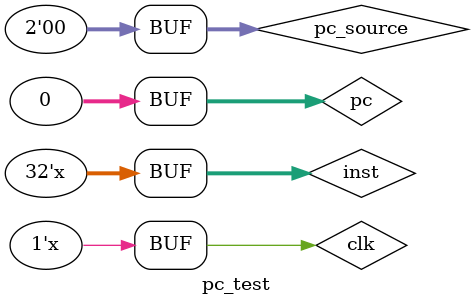
<source format=v>
`timescale 1ns / 1ps


module pc_test;

	// Inputs
	reg [31:0] inst;
	reg [1:0] pc_source;
	reg clk;

	// Outputs
	reg [31:0] pc;
	wire [31:0] npc;

	// Instantiate the Unit Under Test (UUT)
	next_pc uut (
		.inst(inst), 
		.pc_source(pc_source), 
		.clk(clk), 
		.pc(pc),
		.npc(npc)
	);

	always #100 
	begin clk = ~clk;	
			inst = inst + 1;
	end
	

	initial begin
		// Initialize Inputs
		inst = 0;
		pc_source = 0;
		clk = 0;
		pc = 0;

		// Wait 100 ns for global reset to finish
		#100;

		// Add stimulus here

	end
      
endmodule


</source>
